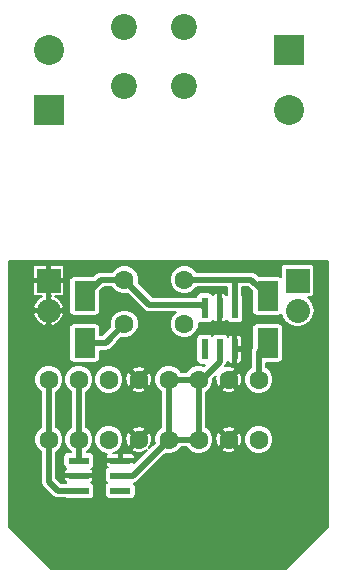
<source format=gbr>
G04 #@! TF.FileFunction,Copper,L2,Bot,Signal*
%FSLAX46Y46*%
G04 Gerber Fmt 4.6, Leading zero omitted, Abs format (unit mm)*
G04 Created by KiCad (PCBNEW 4.0.0-stable) date 04.02.2016 17:28:42*
%MOMM*%
G01*
G04 APERTURE LIST*
%ADD10C,0.100000*%
%ADD11R,1.800860X2.499360*%
%ADD12C,1.600000*%
%ADD13R,2.540000X2.540000*%
%ADD14C,2.540000*%
%ADD15C,2.200000*%
%ADD16R,1.800000X0.600000*%
%ADD17R,0.600000X1.800000*%
%ADD18R,2.032000X2.032000*%
%ADD19O,2.032000X2.032000*%
%ADD20C,0.500000*%
%ADD21C,0.250000*%
%ADD22C,0.210000*%
G04 APERTURE END LIST*
D10*
D11*
X142748000Y-106138980D03*
X142748000Y-102141020D03*
X158242000Y-106138980D03*
X158242000Y-102141020D03*
D12*
X142240000Y-109220000D03*
X142240000Y-114300000D03*
X144780000Y-109220000D03*
X144780000Y-114300000D03*
X139700000Y-114300000D03*
X139700000Y-109220000D03*
X147320000Y-114300000D03*
X147320000Y-109220000D03*
X149860000Y-114300000D03*
X152400000Y-114300000D03*
X154940000Y-114300000D03*
X157480000Y-114300000D03*
X149860000Y-109220000D03*
X152400000Y-109220000D03*
X154940000Y-109220000D03*
X157480000Y-109220000D03*
D13*
X160020000Y-81280000D03*
D14*
X160020000Y-86360000D03*
D13*
X139700000Y-86360000D03*
D14*
X139700000Y-81280000D03*
D12*
X151200000Y-100760000D03*
D15*
X151200000Y-84380000D03*
X151200000Y-79340000D03*
D12*
X151200000Y-104540000D03*
X146120000Y-100760000D03*
D15*
X146120000Y-84380000D03*
X146120000Y-79340000D03*
D12*
X146120000Y-104540000D03*
D16*
X145768000Y-116078000D03*
X145768000Y-117348000D03*
X145768000Y-118618000D03*
X142268000Y-118618000D03*
X142268000Y-117348000D03*
X142268000Y-116078000D03*
D17*
X155448000Y-106652000D03*
X154178000Y-106652000D03*
X152908000Y-106652000D03*
X152908000Y-103152000D03*
X154178000Y-103152000D03*
X155448000Y-103152000D03*
D18*
X139700000Y-100838000D03*
D19*
X139700000Y-103378000D03*
D18*
X160782000Y-100838000D03*
D19*
X160782000Y-103378000D03*
D20*
X142748000Y-106138980D02*
X144521020Y-106138980D01*
X144521020Y-106138980D02*
X146120000Y-104540000D01*
X158242000Y-106138980D02*
X157480000Y-106900980D01*
X157480000Y-106900980D02*
X157480000Y-109220000D01*
X146120000Y-100760000D02*
X148230000Y-102870000D01*
X148230000Y-102870000D02*
X152626000Y-102870000D01*
X152626000Y-102870000D02*
X152908000Y-103152000D01*
X146120000Y-100760000D02*
X144129020Y-100760000D01*
X144129020Y-100760000D02*
X142748000Y-102141020D01*
X155448000Y-103152000D02*
X155448000Y-100760000D01*
X155448000Y-100760000D02*
X155448000Y-100838000D01*
X155448000Y-100838000D02*
X155448000Y-100760000D01*
X151200000Y-100760000D02*
X155448000Y-100760000D01*
X155448000Y-100760000D02*
X156860980Y-100760000D01*
X156860980Y-100760000D02*
X158242000Y-102141020D01*
X142240000Y-114300000D02*
X142240000Y-109220000D01*
X142268000Y-116078000D02*
X142268000Y-114328000D01*
X142268000Y-114328000D02*
X142240000Y-114300000D01*
D21*
X142268000Y-114328000D02*
X142240000Y-114300000D01*
D20*
X139700000Y-114300000D02*
X139700000Y-117856000D01*
X140462000Y-118618000D02*
X142268000Y-118618000D01*
X139700000Y-117856000D02*
X140462000Y-118618000D01*
X139700000Y-109220000D02*
X139700000Y-114300000D01*
X149860000Y-109220000D02*
X152400000Y-109220000D01*
X149860000Y-109220000D02*
X149860000Y-114300000D01*
X152400000Y-109220000D02*
X152400000Y-114300000D01*
X152400000Y-114300000D02*
X149860000Y-114300000D01*
X145768000Y-117348000D02*
X146812000Y-117348000D01*
X146812000Y-117348000D02*
X149860000Y-114300000D01*
X154178000Y-106652000D02*
X154178000Y-107696000D01*
X154178000Y-107696000D02*
X152654000Y-109220000D01*
X152654000Y-109220000D02*
X152400000Y-109220000D01*
D22*
G36*
X163350000Y-121721178D02*
X159821178Y-125250000D01*
X139898822Y-125250000D01*
X136370000Y-121721178D01*
X136370000Y-109458638D01*
X138494792Y-109458638D01*
X138677855Y-109901686D01*
X139016531Y-110240953D01*
X139045000Y-110252774D01*
X139045000Y-113266829D01*
X139018314Y-113277855D01*
X138679047Y-113616531D01*
X138495210Y-114059259D01*
X138494792Y-114538638D01*
X138677855Y-114981686D01*
X139016531Y-115320953D01*
X139045000Y-115332774D01*
X139045000Y-117856000D01*
X139094859Y-118106658D01*
X139236073Y-118318000D01*
X139236845Y-118319155D01*
X139998845Y-119081155D01*
X140211342Y-119223141D01*
X140462000Y-119273000D01*
X141170170Y-119273000D01*
X141207346Y-119298401D01*
X141368000Y-119330934D01*
X143168000Y-119330934D01*
X143318084Y-119302694D01*
X143455927Y-119213994D01*
X143548401Y-119078654D01*
X143580934Y-118918000D01*
X143580934Y-118318000D01*
X143552694Y-118167916D01*
X143463994Y-118030073D01*
X143328654Y-117937599D01*
X143321574Y-117936165D01*
X143352097Y-117923522D01*
X143443521Y-117832098D01*
X143493000Y-117712647D01*
X143493000Y-117574250D01*
X143411750Y-117493000D01*
X142413000Y-117493000D01*
X142413000Y-117513000D01*
X142123000Y-117513000D01*
X142123000Y-117493000D01*
X141124250Y-117493000D01*
X141043000Y-117574250D01*
X141043000Y-117712647D01*
X141092479Y-117832098D01*
X141183903Y-117923522D01*
X141213846Y-117935925D01*
X141171770Y-117963000D01*
X140733310Y-117963000D01*
X140355000Y-117584690D01*
X140355000Y-115778000D01*
X140955066Y-115778000D01*
X140955066Y-116378000D01*
X140983306Y-116528084D01*
X141072006Y-116665927D01*
X141207346Y-116758401D01*
X141214426Y-116759835D01*
X141183903Y-116772478D01*
X141092479Y-116863902D01*
X141043000Y-116983353D01*
X141043000Y-117121750D01*
X141124250Y-117203000D01*
X142123000Y-117203000D01*
X142123000Y-117183000D01*
X142413000Y-117183000D01*
X142413000Y-117203000D01*
X143411750Y-117203000D01*
X143493000Y-117121750D01*
X143493000Y-117048000D01*
X144455066Y-117048000D01*
X144455066Y-117648000D01*
X144483306Y-117798084D01*
X144572006Y-117935927D01*
X144640798Y-117982930D01*
X144580073Y-118022006D01*
X144487599Y-118157346D01*
X144455066Y-118318000D01*
X144455066Y-118918000D01*
X144483306Y-119068084D01*
X144572006Y-119205927D01*
X144707346Y-119298401D01*
X144868000Y-119330934D01*
X146668000Y-119330934D01*
X146818084Y-119302694D01*
X146955927Y-119213994D01*
X147048401Y-119078654D01*
X147080934Y-118918000D01*
X147080934Y-118318000D01*
X147052694Y-118167916D01*
X146963994Y-118030073D01*
X146899034Y-117985688D01*
X147062658Y-117953141D01*
X147275155Y-117811155D01*
X149592593Y-115493717D01*
X149619259Y-115504790D01*
X150098638Y-115505208D01*
X150541686Y-115322145D01*
X150880953Y-114983469D01*
X150892774Y-114955000D01*
X151366829Y-114955000D01*
X151377855Y-114981686D01*
X151716531Y-115320953D01*
X152159259Y-115504790D01*
X152638638Y-115505208D01*
X153081686Y-115322145D01*
X153254982Y-115149150D01*
X154295911Y-115149150D01*
X154388503Y-115305759D01*
X154815371Y-115440249D01*
X155261212Y-115401147D01*
X155491497Y-115305759D01*
X155584089Y-115149150D01*
X154940000Y-114505061D01*
X154295911Y-115149150D01*
X153254982Y-115149150D01*
X153420953Y-114983469D01*
X153604790Y-114540741D01*
X153605108Y-114175371D01*
X153799751Y-114175371D01*
X153838853Y-114621212D01*
X153934241Y-114851497D01*
X154090850Y-114944089D01*
X154734939Y-114300000D01*
X155145061Y-114300000D01*
X155789150Y-114944089D01*
X155945759Y-114851497D01*
X156044329Y-114538638D01*
X156274792Y-114538638D01*
X156457855Y-114981686D01*
X156796531Y-115320953D01*
X157239259Y-115504790D01*
X157718638Y-115505208D01*
X158161686Y-115322145D01*
X158500953Y-114983469D01*
X158684790Y-114540741D01*
X158685208Y-114061362D01*
X158502145Y-113618314D01*
X158163469Y-113279047D01*
X157720741Y-113095210D01*
X157241362Y-113094792D01*
X156798314Y-113277855D01*
X156459047Y-113616531D01*
X156275210Y-114059259D01*
X156274792Y-114538638D01*
X156044329Y-114538638D01*
X156080249Y-114424629D01*
X156041147Y-113978788D01*
X155945759Y-113748503D01*
X155789150Y-113655911D01*
X155145061Y-114300000D01*
X154734939Y-114300000D01*
X154090850Y-113655911D01*
X153934241Y-113748503D01*
X153799751Y-114175371D01*
X153605108Y-114175371D01*
X153605208Y-114061362D01*
X153422145Y-113618314D01*
X153254973Y-113450850D01*
X154295911Y-113450850D01*
X154940000Y-114094939D01*
X155584089Y-113450850D01*
X155491497Y-113294241D01*
X155064629Y-113159751D01*
X154618788Y-113198853D01*
X154388503Y-113294241D01*
X154295911Y-113450850D01*
X153254973Y-113450850D01*
X153083469Y-113279047D01*
X153055000Y-113267226D01*
X153055000Y-110253171D01*
X153081686Y-110242145D01*
X153254982Y-110069150D01*
X154295911Y-110069150D01*
X154388503Y-110225759D01*
X154815371Y-110360249D01*
X155261212Y-110321147D01*
X155491497Y-110225759D01*
X155584089Y-110069150D01*
X154940000Y-109425061D01*
X154295911Y-110069150D01*
X153254982Y-110069150D01*
X153420953Y-109903469D01*
X153604790Y-109460741D01*
X153605021Y-109195289D01*
X153843363Y-108956947D01*
X153799751Y-109095371D01*
X153838853Y-109541212D01*
X153934241Y-109771497D01*
X154090850Y-109864089D01*
X154734939Y-109220000D01*
X155145061Y-109220000D01*
X155789150Y-109864089D01*
X155945759Y-109771497D01*
X156044329Y-109458638D01*
X156274792Y-109458638D01*
X156457855Y-109901686D01*
X156796531Y-110240953D01*
X157239259Y-110424790D01*
X157718638Y-110425208D01*
X158161686Y-110242145D01*
X158500953Y-109903469D01*
X158684790Y-109460741D01*
X158685208Y-108981362D01*
X158502145Y-108538314D01*
X158163469Y-108199047D01*
X158135000Y-108187226D01*
X158135000Y-107801594D01*
X159142430Y-107801594D01*
X159292514Y-107773354D01*
X159430357Y-107684654D01*
X159522831Y-107549314D01*
X159555364Y-107388660D01*
X159555364Y-104889300D01*
X159527124Y-104739216D01*
X159438424Y-104601373D01*
X159303084Y-104508899D01*
X159142430Y-104476366D01*
X157341570Y-104476366D01*
X157191486Y-104504606D01*
X157053643Y-104593306D01*
X156961169Y-104728646D01*
X156928636Y-104889300D01*
X156928636Y-106569839D01*
X156874859Y-106650322D01*
X156825000Y-106900980D01*
X156825000Y-108186829D01*
X156798314Y-108197855D01*
X156459047Y-108536531D01*
X156275210Y-108979259D01*
X156274792Y-109458638D01*
X156044329Y-109458638D01*
X156080249Y-109344629D01*
X156041147Y-108898788D01*
X155945759Y-108668503D01*
X155789150Y-108575911D01*
X155145061Y-109220000D01*
X154734939Y-109220000D01*
X154720797Y-109205858D01*
X154925858Y-109000797D01*
X154940000Y-109014939D01*
X155584089Y-108370850D01*
X155491497Y-108214241D01*
X155064629Y-108079751D01*
X154671153Y-108114260D01*
X154783141Y-107946658D01*
X154817895Y-107771936D01*
X154858401Y-107712654D01*
X154859835Y-107705574D01*
X154872478Y-107736097D01*
X154963902Y-107827521D01*
X155083353Y-107877000D01*
X155221750Y-107877000D01*
X155303000Y-107795750D01*
X155303000Y-106797000D01*
X155593000Y-106797000D01*
X155593000Y-107795750D01*
X155674250Y-107877000D01*
X155812647Y-107877000D01*
X155932098Y-107827521D01*
X156023522Y-107736097D01*
X156073000Y-107616646D01*
X156073000Y-106878250D01*
X155991750Y-106797000D01*
X155593000Y-106797000D01*
X155303000Y-106797000D01*
X155283000Y-106797000D01*
X155283000Y-106507000D01*
X155303000Y-106507000D01*
X155303000Y-105508250D01*
X155593000Y-105508250D01*
X155593000Y-106507000D01*
X155991750Y-106507000D01*
X156073000Y-106425750D01*
X156073000Y-105687354D01*
X156023522Y-105567903D01*
X155932098Y-105476479D01*
X155812647Y-105427000D01*
X155674250Y-105427000D01*
X155593000Y-105508250D01*
X155303000Y-105508250D01*
X155221750Y-105427000D01*
X155083353Y-105427000D01*
X154963902Y-105476479D01*
X154872478Y-105567903D01*
X154860075Y-105597846D01*
X154773994Y-105464073D01*
X154638654Y-105371599D01*
X154478000Y-105339066D01*
X153878000Y-105339066D01*
X153727916Y-105367306D01*
X153590073Y-105456006D01*
X153543070Y-105524798D01*
X153503994Y-105464073D01*
X153368654Y-105371599D01*
X153208000Y-105339066D01*
X152608000Y-105339066D01*
X152457916Y-105367306D01*
X152320073Y-105456006D01*
X152227599Y-105591346D01*
X152195066Y-105752000D01*
X152195066Y-107552000D01*
X152223306Y-107702084D01*
X152312006Y-107839927D01*
X152447346Y-107932401D01*
X152608000Y-107964934D01*
X152982756Y-107964934D01*
X152846882Y-108100808D01*
X152640741Y-108015210D01*
X152161362Y-108014792D01*
X151718314Y-108197855D01*
X151379047Y-108536531D01*
X151367226Y-108565000D01*
X150893171Y-108565000D01*
X150882145Y-108538314D01*
X150543469Y-108199047D01*
X150100741Y-108015210D01*
X149621362Y-108014792D01*
X149178314Y-108197855D01*
X148839047Y-108536531D01*
X148655210Y-108979259D01*
X148654792Y-109458638D01*
X148837855Y-109901686D01*
X149176531Y-110240953D01*
X149205000Y-110252774D01*
X149205000Y-113266829D01*
X149178314Y-113277855D01*
X148839047Y-113616531D01*
X148655210Y-114059259D01*
X148654792Y-114538638D01*
X148666563Y-114567127D01*
X148229377Y-115004313D01*
X148169152Y-114944088D01*
X148325759Y-114851497D01*
X148460249Y-114424629D01*
X148421147Y-113978788D01*
X148325759Y-113748503D01*
X148169150Y-113655911D01*
X147525061Y-114300000D01*
X147539204Y-114314143D01*
X147334143Y-114519204D01*
X147320000Y-114505061D01*
X146675911Y-115149150D01*
X146768503Y-115305759D01*
X147195371Y-115440249D01*
X147641212Y-115401147D01*
X147871497Y-115305759D01*
X147964088Y-115149152D01*
X148024313Y-115209377D01*
X146961220Y-116272470D01*
X146911750Y-116223000D01*
X145913000Y-116223000D01*
X145913000Y-116243000D01*
X145623000Y-116243000D01*
X145623000Y-116223000D01*
X144624250Y-116223000D01*
X144543000Y-116304250D01*
X144543000Y-116442647D01*
X144592479Y-116562098D01*
X144683903Y-116653522D01*
X144713846Y-116665925D01*
X144580073Y-116752006D01*
X144487599Y-116887346D01*
X144455066Y-117048000D01*
X143493000Y-117048000D01*
X143493000Y-116983353D01*
X143443521Y-116863902D01*
X143352097Y-116772478D01*
X143322154Y-116760075D01*
X143455927Y-116673994D01*
X143548401Y-116538654D01*
X143580934Y-116378000D01*
X143580934Y-115778000D01*
X143552694Y-115627916D01*
X143463994Y-115490073D01*
X143328654Y-115397599D01*
X143168000Y-115365066D01*
X142923000Y-115365066D01*
X142923000Y-115320833D01*
X143260953Y-114983469D01*
X143444790Y-114540741D01*
X143444791Y-114538638D01*
X143574792Y-114538638D01*
X143757855Y-114981686D01*
X144096531Y-115320953D01*
X144539259Y-115504790D01*
X144681467Y-115504914D01*
X144592479Y-115593902D01*
X144543000Y-115713353D01*
X144543000Y-115851750D01*
X144624250Y-115933000D01*
X145623000Y-115933000D01*
X145623000Y-115534250D01*
X145913000Y-115534250D01*
X145913000Y-115933000D01*
X146911750Y-115933000D01*
X146993000Y-115851750D01*
X146993000Y-115713353D01*
X146943521Y-115593902D01*
X146852097Y-115502478D01*
X146732646Y-115453000D01*
X145994250Y-115453000D01*
X145913000Y-115534250D01*
X145623000Y-115534250D01*
X145541750Y-115453000D01*
X145144991Y-115453000D01*
X145461686Y-115322145D01*
X145800953Y-114983469D01*
X145984790Y-114540741D01*
X145985108Y-114175371D01*
X146179751Y-114175371D01*
X146218853Y-114621212D01*
X146314241Y-114851497D01*
X146470850Y-114944089D01*
X147114939Y-114300000D01*
X146470850Y-113655911D01*
X146314241Y-113748503D01*
X146179751Y-114175371D01*
X145985108Y-114175371D01*
X145985208Y-114061362D01*
X145802145Y-113618314D01*
X145634973Y-113450850D01*
X146675911Y-113450850D01*
X147320000Y-114094939D01*
X147964089Y-113450850D01*
X147871497Y-113294241D01*
X147444629Y-113159751D01*
X146998788Y-113198853D01*
X146768503Y-113294241D01*
X146675911Y-113450850D01*
X145634973Y-113450850D01*
X145463469Y-113279047D01*
X145020741Y-113095210D01*
X144541362Y-113094792D01*
X144098314Y-113277855D01*
X143759047Y-113616531D01*
X143575210Y-114059259D01*
X143574792Y-114538638D01*
X143444791Y-114538638D01*
X143445208Y-114061362D01*
X143262145Y-113618314D01*
X142923469Y-113279047D01*
X142895000Y-113267226D01*
X142895000Y-110253171D01*
X142921686Y-110242145D01*
X143260953Y-109903469D01*
X143444790Y-109460741D01*
X143444791Y-109458638D01*
X143574792Y-109458638D01*
X143757855Y-109901686D01*
X144096531Y-110240953D01*
X144539259Y-110424790D01*
X145018638Y-110425208D01*
X145461686Y-110242145D01*
X145634982Y-110069150D01*
X146675911Y-110069150D01*
X146768503Y-110225759D01*
X147195371Y-110360249D01*
X147641212Y-110321147D01*
X147871497Y-110225759D01*
X147964089Y-110069150D01*
X147320000Y-109425061D01*
X146675911Y-110069150D01*
X145634982Y-110069150D01*
X145800953Y-109903469D01*
X145984790Y-109460741D01*
X145985108Y-109095371D01*
X146179751Y-109095371D01*
X146218853Y-109541212D01*
X146314241Y-109771497D01*
X146470850Y-109864089D01*
X147114939Y-109220000D01*
X147525061Y-109220000D01*
X148169150Y-109864089D01*
X148325759Y-109771497D01*
X148460249Y-109344629D01*
X148421147Y-108898788D01*
X148325759Y-108668503D01*
X148169150Y-108575911D01*
X147525061Y-109220000D01*
X147114939Y-109220000D01*
X146470850Y-108575911D01*
X146314241Y-108668503D01*
X146179751Y-109095371D01*
X145985108Y-109095371D01*
X145985208Y-108981362D01*
X145802145Y-108538314D01*
X145634973Y-108370850D01*
X146675911Y-108370850D01*
X147320000Y-109014939D01*
X147964089Y-108370850D01*
X147871497Y-108214241D01*
X147444629Y-108079751D01*
X146998788Y-108118853D01*
X146768503Y-108214241D01*
X146675911Y-108370850D01*
X145634973Y-108370850D01*
X145463469Y-108199047D01*
X145020741Y-108015210D01*
X144541362Y-108014792D01*
X144098314Y-108197855D01*
X143759047Y-108536531D01*
X143575210Y-108979259D01*
X143574792Y-109458638D01*
X143444791Y-109458638D01*
X143445208Y-108981362D01*
X143262145Y-108538314D01*
X142923469Y-108199047D01*
X142480741Y-108015210D01*
X142001362Y-108014792D01*
X141558314Y-108197855D01*
X141219047Y-108536531D01*
X141035210Y-108979259D01*
X141034792Y-109458638D01*
X141217855Y-109901686D01*
X141556531Y-110240953D01*
X141585000Y-110252774D01*
X141585000Y-113266829D01*
X141558314Y-113277855D01*
X141219047Y-113616531D01*
X141035210Y-114059259D01*
X141034792Y-114538638D01*
X141217855Y-114981686D01*
X141556531Y-115320953D01*
X141613000Y-115344401D01*
X141613000Y-115365066D01*
X141368000Y-115365066D01*
X141217916Y-115393306D01*
X141080073Y-115482006D01*
X140987599Y-115617346D01*
X140955066Y-115778000D01*
X140355000Y-115778000D01*
X140355000Y-115333171D01*
X140381686Y-115322145D01*
X140720953Y-114983469D01*
X140904790Y-114540741D01*
X140905208Y-114061362D01*
X140722145Y-113618314D01*
X140383469Y-113279047D01*
X140355000Y-113267226D01*
X140355000Y-110253171D01*
X140381686Y-110242145D01*
X140720953Y-109903469D01*
X140904790Y-109460741D01*
X140905208Y-108981362D01*
X140722145Y-108538314D01*
X140383469Y-108199047D01*
X139940741Y-108015210D01*
X139461362Y-108014792D01*
X139018314Y-108197855D01*
X138679047Y-108536531D01*
X138495210Y-108979259D01*
X138494792Y-109458638D01*
X136370000Y-109458638D01*
X136370000Y-104889300D01*
X141434636Y-104889300D01*
X141434636Y-107388660D01*
X141462876Y-107538744D01*
X141551576Y-107676587D01*
X141686916Y-107769061D01*
X141847570Y-107801594D01*
X143648430Y-107801594D01*
X143798514Y-107773354D01*
X143936357Y-107684654D01*
X144028831Y-107549314D01*
X144061364Y-107388660D01*
X144061364Y-106793980D01*
X144521020Y-106793980D01*
X144771678Y-106744121D01*
X144984175Y-106602135D01*
X145852593Y-105733717D01*
X145879259Y-105744790D01*
X146358638Y-105745208D01*
X146801686Y-105562145D01*
X147140953Y-105223469D01*
X147324790Y-104780741D01*
X147325208Y-104301362D01*
X147142145Y-103858314D01*
X146803469Y-103519047D01*
X146360741Y-103335210D01*
X145881362Y-103334792D01*
X145438314Y-103517855D01*
X145099047Y-103856531D01*
X144915210Y-104299259D01*
X144914792Y-104778638D01*
X144926563Y-104807127D01*
X144249710Y-105483980D01*
X144061364Y-105483980D01*
X144061364Y-104889300D01*
X144033124Y-104739216D01*
X143944424Y-104601373D01*
X143809084Y-104508899D01*
X143648430Y-104476366D01*
X141847570Y-104476366D01*
X141697486Y-104504606D01*
X141559643Y-104593306D01*
X141467169Y-104728646D01*
X141434636Y-104889300D01*
X136370000Y-104889300D01*
X136370000Y-103729764D01*
X138405958Y-103729764D01*
X138536230Y-104044298D01*
X138879798Y-104438935D01*
X139348235Y-104672054D01*
X139555000Y-104629900D01*
X139555000Y-103523000D01*
X139845000Y-103523000D01*
X139845000Y-104629900D01*
X140051765Y-104672054D01*
X140520202Y-104438935D01*
X140863770Y-104044298D01*
X140994042Y-103729764D01*
X140951377Y-103523000D01*
X139845000Y-103523000D01*
X139555000Y-103523000D01*
X138448623Y-103523000D01*
X138405958Y-103729764D01*
X136370000Y-103729764D01*
X136370000Y-101064250D01*
X138359000Y-101064250D01*
X138359000Y-101918647D01*
X138408479Y-102038098D01*
X138499903Y-102129522D01*
X138619354Y-102179000D01*
X139157230Y-102179000D01*
X138879798Y-102317065D01*
X138536230Y-102711702D01*
X138405958Y-103026236D01*
X138448623Y-103233000D01*
X139555000Y-103233000D01*
X139555000Y-102126100D01*
X139531451Y-102121299D01*
X139555000Y-102097750D01*
X139555000Y-100983000D01*
X139845000Y-100983000D01*
X139845000Y-102097750D01*
X139868549Y-102121299D01*
X139845000Y-102126100D01*
X139845000Y-103233000D01*
X140951377Y-103233000D01*
X140994042Y-103026236D01*
X140863770Y-102711702D01*
X140520202Y-102317065D01*
X140242770Y-102179000D01*
X140780646Y-102179000D01*
X140900097Y-102129522D01*
X140991521Y-102038098D01*
X141041000Y-101918647D01*
X141041000Y-101064250D01*
X140959750Y-100983000D01*
X139845000Y-100983000D01*
X139555000Y-100983000D01*
X138440250Y-100983000D01*
X138359000Y-101064250D01*
X136370000Y-101064250D01*
X136370000Y-100891340D01*
X141434636Y-100891340D01*
X141434636Y-103390700D01*
X141462876Y-103540784D01*
X141551576Y-103678627D01*
X141686916Y-103771101D01*
X141847570Y-103803634D01*
X143648430Y-103803634D01*
X143798514Y-103775394D01*
X143936357Y-103686694D01*
X144028831Y-103551354D01*
X144061364Y-103390700D01*
X144061364Y-101753966D01*
X144400330Y-101415000D01*
X145086829Y-101415000D01*
X145097855Y-101441686D01*
X145436531Y-101780953D01*
X145879259Y-101964790D01*
X146358638Y-101965208D01*
X146387127Y-101953437D01*
X147766845Y-103333155D01*
X147979343Y-103475142D01*
X148230000Y-103525000D01*
X150511157Y-103525000D01*
X150179047Y-103856531D01*
X149995210Y-104299259D01*
X149994792Y-104778638D01*
X150177855Y-105221686D01*
X150516531Y-105560953D01*
X150959259Y-105744790D01*
X151438638Y-105745208D01*
X151881686Y-105562145D01*
X152220953Y-105223469D01*
X152404790Y-104780741D01*
X152405119Y-104403548D01*
X152447346Y-104432401D01*
X152608000Y-104464934D01*
X153208000Y-104464934D01*
X153358084Y-104436694D01*
X153495927Y-104347994D01*
X153588401Y-104212654D01*
X153589835Y-104205574D01*
X153602478Y-104236097D01*
X153693902Y-104327521D01*
X153813353Y-104377000D01*
X153951750Y-104377000D01*
X154033000Y-104295750D01*
X154033000Y-103297000D01*
X154013000Y-103297000D01*
X154013000Y-103007000D01*
X154033000Y-103007000D01*
X154033000Y-102008250D01*
X153951750Y-101927000D01*
X153813353Y-101927000D01*
X153693902Y-101976479D01*
X153602478Y-102067903D01*
X153590075Y-102097846D01*
X153503994Y-101964073D01*
X153368654Y-101871599D01*
X153208000Y-101839066D01*
X152608000Y-101839066D01*
X152457916Y-101867306D01*
X152320073Y-101956006D01*
X152227599Y-102091346D01*
X152202559Y-102215000D01*
X148501310Y-102215000D01*
X147313717Y-101027407D01*
X147324790Y-101000741D01*
X147324791Y-100998638D01*
X149994792Y-100998638D01*
X150177855Y-101441686D01*
X150516531Y-101780953D01*
X150959259Y-101964790D01*
X151438638Y-101965208D01*
X151881686Y-101782145D01*
X152220953Y-101443469D01*
X152232774Y-101415000D01*
X154793000Y-101415000D01*
X154793000Y-102054170D01*
X154767599Y-102091346D01*
X154766165Y-102098426D01*
X154753522Y-102067903D01*
X154662098Y-101976479D01*
X154542647Y-101927000D01*
X154404250Y-101927000D01*
X154323000Y-102008250D01*
X154323000Y-103007000D01*
X154343000Y-103007000D01*
X154343000Y-103297000D01*
X154323000Y-103297000D01*
X154323000Y-104295750D01*
X154404250Y-104377000D01*
X154542647Y-104377000D01*
X154662098Y-104327521D01*
X154753522Y-104236097D01*
X154765925Y-104206154D01*
X154852006Y-104339927D01*
X154987346Y-104432401D01*
X155148000Y-104464934D01*
X155748000Y-104464934D01*
X155898084Y-104436694D01*
X156035927Y-104347994D01*
X156128401Y-104212654D01*
X156160934Y-104052000D01*
X156160934Y-102252000D01*
X156132694Y-102101916D01*
X156103000Y-102055770D01*
X156103000Y-101415000D01*
X156589670Y-101415000D01*
X156928636Y-101753966D01*
X156928636Y-103390700D01*
X156956876Y-103540784D01*
X157045576Y-103678627D01*
X157180916Y-103771101D01*
X157341570Y-103803634D01*
X159142430Y-103803634D01*
X159292514Y-103775394D01*
X159398626Y-103707113D01*
X159441328Y-103921793D01*
X159749362Y-104382799D01*
X160210368Y-104690833D01*
X160754161Y-104799000D01*
X160809839Y-104799000D01*
X161353632Y-104690833D01*
X161814638Y-104382799D01*
X162122672Y-103921793D01*
X162230839Y-103378000D01*
X162122672Y-102834207D01*
X161814638Y-102373201D01*
X161655598Y-102266934D01*
X161798000Y-102266934D01*
X161948084Y-102238694D01*
X162085927Y-102149994D01*
X162178401Y-102014654D01*
X162210934Y-101854000D01*
X162210934Y-99822000D01*
X162182694Y-99671916D01*
X162093994Y-99534073D01*
X161958654Y-99441599D01*
X161798000Y-99409066D01*
X159766000Y-99409066D01*
X159615916Y-99437306D01*
X159478073Y-99526006D01*
X159385599Y-99661346D01*
X159353066Y-99822000D01*
X159353066Y-100545090D01*
X159303084Y-100510939D01*
X159142430Y-100478406D01*
X157505696Y-100478406D01*
X157324135Y-100296845D01*
X157111638Y-100154859D01*
X156860980Y-100105000D01*
X152233171Y-100105000D01*
X152222145Y-100078314D01*
X151883469Y-99739047D01*
X151440741Y-99555210D01*
X150961362Y-99554792D01*
X150518314Y-99737855D01*
X150179047Y-100076531D01*
X149995210Y-100519259D01*
X149994792Y-100998638D01*
X147324791Y-100998638D01*
X147325208Y-100521362D01*
X147142145Y-100078314D01*
X146803469Y-99739047D01*
X146360741Y-99555210D01*
X145881362Y-99554792D01*
X145438314Y-99737855D01*
X145099047Y-100076531D01*
X145087226Y-100105000D01*
X144129020Y-100105000D01*
X143878362Y-100154859D01*
X143665865Y-100296845D01*
X143484304Y-100478406D01*
X141847570Y-100478406D01*
X141697486Y-100506646D01*
X141559643Y-100595346D01*
X141467169Y-100730686D01*
X141434636Y-100891340D01*
X136370000Y-100891340D01*
X136370000Y-99757353D01*
X138359000Y-99757353D01*
X138359000Y-100611750D01*
X138440250Y-100693000D01*
X139555000Y-100693000D01*
X139555000Y-99578250D01*
X139845000Y-99578250D01*
X139845000Y-100693000D01*
X140959750Y-100693000D01*
X141041000Y-100611750D01*
X141041000Y-99757353D01*
X140991521Y-99637902D01*
X140900097Y-99546478D01*
X140780646Y-99497000D01*
X139926250Y-99497000D01*
X139845000Y-99578250D01*
X139555000Y-99578250D01*
X139473750Y-99497000D01*
X138619354Y-99497000D01*
X138499903Y-99546478D01*
X138408479Y-99637902D01*
X138359000Y-99757353D01*
X136370000Y-99757353D01*
X136370000Y-99165000D01*
X163350000Y-99165000D01*
X163350000Y-121721178D01*
X163350000Y-121721178D01*
G37*
X163350000Y-121721178D02*
X159821178Y-125250000D01*
X139898822Y-125250000D01*
X136370000Y-121721178D01*
X136370000Y-109458638D01*
X138494792Y-109458638D01*
X138677855Y-109901686D01*
X139016531Y-110240953D01*
X139045000Y-110252774D01*
X139045000Y-113266829D01*
X139018314Y-113277855D01*
X138679047Y-113616531D01*
X138495210Y-114059259D01*
X138494792Y-114538638D01*
X138677855Y-114981686D01*
X139016531Y-115320953D01*
X139045000Y-115332774D01*
X139045000Y-117856000D01*
X139094859Y-118106658D01*
X139236073Y-118318000D01*
X139236845Y-118319155D01*
X139998845Y-119081155D01*
X140211342Y-119223141D01*
X140462000Y-119273000D01*
X141170170Y-119273000D01*
X141207346Y-119298401D01*
X141368000Y-119330934D01*
X143168000Y-119330934D01*
X143318084Y-119302694D01*
X143455927Y-119213994D01*
X143548401Y-119078654D01*
X143580934Y-118918000D01*
X143580934Y-118318000D01*
X143552694Y-118167916D01*
X143463994Y-118030073D01*
X143328654Y-117937599D01*
X143321574Y-117936165D01*
X143352097Y-117923522D01*
X143443521Y-117832098D01*
X143493000Y-117712647D01*
X143493000Y-117574250D01*
X143411750Y-117493000D01*
X142413000Y-117493000D01*
X142413000Y-117513000D01*
X142123000Y-117513000D01*
X142123000Y-117493000D01*
X141124250Y-117493000D01*
X141043000Y-117574250D01*
X141043000Y-117712647D01*
X141092479Y-117832098D01*
X141183903Y-117923522D01*
X141213846Y-117935925D01*
X141171770Y-117963000D01*
X140733310Y-117963000D01*
X140355000Y-117584690D01*
X140355000Y-115778000D01*
X140955066Y-115778000D01*
X140955066Y-116378000D01*
X140983306Y-116528084D01*
X141072006Y-116665927D01*
X141207346Y-116758401D01*
X141214426Y-116759835D01*
X141183903Y-116772478D01*
X141092479Y-116863902D01*
X141043000Y-116983353D01*
X141043000Y-117121750D01*
X141124250Y-117203000D01*
X142123000Y-117203000D01*
X142123000Y-117183000D01*
X142413000Y-117183000D01*
X142413000Y-117203000D01*
X143411750Y-117203000D01*
X143493000Y-117121750D01*
X143493000Y-117048000D01*
X144455066Y-117048000D01*
X144455066Y-117648000D01*
X144483306Y-117798084D01*
X144572006Y-117935927D01*
X144640798Y-117982930D01*
X144580073Y-118022006D01*
X144487599Y-118157346D01*
X144455066Y-118318000D01*
X144455066Y-118918000D01*
X144483306Y-119068084D01*
X144572006Y-119205927D01*
X144707346Y-119298401D01*
X144868000Y-119330934D01*
X146668000Y-119330934D01*
X146818084Y-119302694D01*
X146955927Y-119213994D01*
X147048401Y-119078654D01*
X147080934Y-118918000D01*
X147080934Y-118318000D01*
X147052694Y-118167916D01*
X146963994Y-118030073D01*
X146899034Y-117985688D01*
X147062658Y-117953141D01*
X147275155Y-117811155D01*
X149592593Y-115493717D01*
X149619259Y-115504790D01*
X150098638Y-115505208D01*
X150541686Y-115322145D01*
X150880953Y-114983469D01*
X150892774Y-114955000D01*
X151366829Y-114955000D01*
X151377855Y-114981686D01*
X151716531Y-115320953D01*
X152159259Y-115504790D01*
X152638638Y-115505208D01*
X153081686Y-115322145D01*
X153254982Y-115149150D01*
X154295911Y-115149150D01*
X154388503Y-115305759D01*
X154815371Y-115440249D01*
X155261212Y-115401147D01*
X155491497Y-115305759D01*
X155584089Y-115149150D01*
X154940000Y-114505061D01*
X154295911Y-115149150D01*
X153254982Y-115149150D01*
X153420953Y-114983469D01*
X153604790Y-114540741D01*
X153605108Y-114175371D01*
X153799751Y-114175371D01*
X153838853Y-114621212D01*
X153934241Y-114851497D01*
X154090850Y-114944089D01*
X154734939Y-114300000D01*
X155145061Y-114300000D01*
X155789150Y-114944089D01*
X155945759Y-114851497D01*
X156044329Y-114538638D01*
X156274792Y-114538638D01*
X156457855Y-114981686D01*
X156796531Y-115320953D01*
X157239259Y-115504790D01*
X157718638Y-115505208D01*
X158161686Y-115322145D01*
X158500953Y-114983469D01*
X158684790Y-114540741D01*
X158685208Y-114061362D01*
X158502145Y-113618314D01*
X158163469Y-113279047D01*
X157720741Y-113095210D01*
X157241362Y-113094792D01*
X156798314Y-113277855D01*
X156459047Y-113616531D01*
X156275210Y-114059259D01*
X156274792Y-114538638D01*
X156044329Y-114538638D01*
X156080249Y-114424629D01*
X156041147Y-113978788D01*
X155945759Y-113748503D01*
X155789150Y-113655911D01*
X155145061Y-114300000D01*
X154734939Y-114300000D01*
X154090850Y-113655911D01*
X153934241Y-113748503D01*
X153799751Y-114175371D01*
X153605108Y-114175371D01*
X153605208Y-114061362D01*
X153422145Y-113618314D01*
X153254973Y-113450850D01*
X154295911Y-113450850D01*
X154940000Y-114094939D01*
X155584089Y-113450850D01*
X155491497Y-113294241D01*
X155064629Y-113159751D01*
X154618788Y-113198853D01*
X154388503Y-113294241D01*
X154295911Y-113450850D01*
X153254973Y-113450850D01*
X153083469Y-113279047D01*
X153055000Y-113267226D01*
X153055000Y-110253171D01*
X153081686Y-110242145D01*
X153254982Y-110069150D01*
X154295911Y-110069150D01*
X154388503Y-110225759D01*
X154815371Y-110360249D01*
X155261212Y-110321147D01*
X155491497Y-110225759D01*
X155584089Y-110069150D01*
X154940000Y-109425061D01*
X154295911Y-110069150D01*
X153254982Y-110069150D01*
X153420953Y-109903469D01*
X153604790Y-109460741D01*
X153605021Y-109195289D01*
X153843363Y-108956947D01*
X153799751Y-109095371D01*
X153838853Y-109541212D01*
X153934241Y-109771497D01*
X154090850Y-109864089D01*
X154734939Y-109220000D01*
X155145061Y-109220000D01*
X155789150Y-109864089D01*
X155945759Y-109771497D01*
X156044329Y-109458638D01*
X156274792Y-109458638D01*
X156457855Y-109901686D01*
X156796531Y-110240953D01*
X157239259Y-110424790D01*
X157718638Y-110425208D01*
X158161686Y-110242145D01*
X158500953Y-109903469D01*
X158684790Y-109460741D01*
X158685208Y-108981362D01*
X158502145Y-108538314D01*
X158163469Y-108199047D01*
X158135000Y-108187226D01*
X158135000Y-107801594D01*
X159142430Y-107801594D01*
X159292514Y-107773354D01*
X159430357Y-107684654D01*
X159522831Y-107549314D01*
X159555364Y-107388660D01*
X159555364Y-104889300D01*
X159527124Y-104739216D01*
X159438424Y-104601373D01*
X159303084Y-104508899D01*
X159142430Y-104476366D01*
X157341570Y-104476366D01*
X157191486Y-104504606D01*
X157053643Y-104593306D01*
X156961169Y-104728646D01*
X156928636Y-104889300D01*
X156928636Y-106569839D01*
X156874859Y-106650322D01*
X156825000Y-106900980D01*
X156825000Y-108186829D01*
X156798314Y-108197855D01*
X156459047Y-108536531D01*
X156275210Y-108979259D01*
X156274792Y-109458638D01*
X156044329Y-109458638D01*
X156080249Y-109344629D01*
X156041147Y-108898788D01*
X155945759Y-108668503D01*
X155789150Y-108575911D01*
X155145061Y-109220000D01*
X154734939Y-109220000D01*
X154720797Y-109205858D01*
X154925858Y-109000797D01*
X154940000Y-109014939D01*
X155584089Y-108370850D01*
X155491497Y-108214241D01*
X155064629Y-108079751D01*
X154671153Y-108114260D01*
X154783141Y-107946658D01*
X154817895Y-107771936D01*
X154858401Y-107712654D01*
X154859835Y-107705574D01*
X154872478Y-107736097D01*
X154963902Y-107827521D01*
X155083353Y-107877000D01*
X155221750Y-107877000D01*
X155303000Y-107795750D01*
X155303000Y-106797000D01*
X155593000Y-106797000D01*
X155593000Y-107795750D01*
X155674250Y-107877000D01*
X155812647Y-107877000D01*
X155932098Y-107827521D01*
X156023522Y-107736097D01*
X156073000Y-107616646D01*
X156073000Y-106878250D01*
X155991750Y-106797000D01*
X155593000Y-106797000D01*
X155303000Y-106797000D01*
X155283000Y-106797000D01*
X155283000Y-106507000D01*
X155303000Y-106507000D01*
X155303000Y-105508250D01*
X155593000Y-105508250D01*
X155593000Y-106507000D01*
X155991750Y-106507000D01*
X156073000Y-106425750D01*
X156073000Y-105687354D01*
X156023522Y-105567903D01*
X155932098Y-105476479D01*
X155812647Y-105427000D01*
X155674250Y-105427000D01*
X155593000Y-105508250D01*
X155303000Y-105508250D01*
X155221750Y-105427000D01*
X155083353Y-105427000D01*
X154963902Y-105476479D01*
X154872478Y-105567903D01*
X154860075Y-105597846D01*
X154773994Y-105464073D01*
X154638654Y-105371599D01*
X154478000Y-105339066D01*
X153878000Y-105339066D01*
X153727916Y-105367306D01*
X153590073Y-105456006D01*
X153543070Y-105524798D01*
X153503994Y-105464073D01*
X153368654Y-105371599D01*
X153208000Y-105339066D01*
X152608000Y-105339066D01*
X152457916Y-105367306D01*
X152320073Y-105456006D01*
X152227599Y-105591346D01*
X152195066Y-105752000D01*
X152195066Y-107552000D01*
X152223306Y-107702084D01*
X152312006Y-107839927D01*
X152447346Y-107932401D01*
X152608000Y-107964934D01*
X152982756Y-107964934D01*
X152846882Y-108100808D01*
X152640741Y-108015210D01*
X152161362Y-108014792D01*
X151718314Y-108197855D01*
X151379047Y-108536531D01*
X151367226Y-108565000D01*
X150893171Y-108565000D01*
X150882145Y-108538314D01*
X150543469Y-108199047D01*
X150100741Y-108015210D01*
X149621362Y-108014792D01*
X149178314Y-108197855D01*
X148839047Y-108536531D01*
X148655210Y-108979259D01*
X148654792Y-109458638D01*
X148837855Y-109901686D01*
X149176531Y-110240953D01*
X149205000Y-110252774D01*
X149205000Y-113266829D01*
X149178314Y-113277855D01*
X148839047Y-113616531D01*
X148655210Y-114059259D01*
X148654792Y-114538638D01*
X148666563Y-114567127D01*
X148229377Y-115004313D01*
X148169152Y-114944088D01*
X148325759Y-114851497D01*
X148460249Y-114424629D01*
X148421147Y-113978788D01*
X148325759Y-113748503D01*
X148169150Y-113655911D01*
X147525061Y-114300000D01*
X147539204Y-114314143D01*
X147334143Y-114519204D01*
X147320000Y-114505061D01*
X146675911Y-115149150D01*
X146768503Y-115305759D01*
X147195371Y-115440249D01*
X147641212Y-115401147D01*
X147871497Y-115305759D01*
X147964088Y-115149152D01*
X148024313Y-115209377D01*
X146961220Y-116272470D01*
X146911750Y-116223000D01*
X145913000Y-116223000D01*
X145913000Y-116243000D01*
X145623000Y-116243000D01*
X145623000Y-116223000D01*
X144624250Y-116223000D01*
X144543000Y-116304250D01*
X144543000Y-116442647D01*
X144592479Y-116562098D01*
X144683903Y-116653522D01*
X144713846Y-116665925D01*
X144580073Y-116752006D01*
X144487599Y-116887346D01*
X144455066Y-117048000D01*
X143493000Y-117048000D01*
X143493000Y-116983353D01*
X143443521Y-116863902D01*
X143352097Y-116772478D01*
X143322154Y-116760075D01*
X143455927Y-116673994D01*
X143548401Y-116538654D01*
X143580934Y-116378000D01*
X143580934Y-115778000D01*
X143552694Y-115627916D01*
X143463994Y-115490073D01*
X143328654Y-115397599D01*
X143168000Y-115365066D01*
X142923000Y-115365066D01*
X142923000Y-115320833D01*
X143260953Y-114983469D01*
X143444790Y-114540741D01*
X143444791Y-114538638D01*
X143574792Y-114538638D01*
X143757855Y-114981686D01*
X144096531Y-115320953D01*
X144539259Y-115504790D01*
X144681467Y-115504914D01*
X144592479Y-115593902D01*
X144543000Y-115713353D01*
X144543000Y-115851750D01*
X144624250Y-115933000D01*
X145623000Y-115933000D01*
X145623000Y-115534250D01*
X145913000Y-115534250D01*
X145913000Y-115933000D01*
X146911750Y-115933000D01*
X146993000Y-115851750D01*
X146993000Y-115713353D01*
X146943521Y-115593902D01*
X146852097Y-115502478D01*
X146732646Y-115453000D01*
X145994250Y-115453000D01*
X145913000Y-115534250D01*
X145623000Y-115534250D01*
X145541750Y-115453000D01*
X145144991Y-115453000D01*
X145461686Y-115322145D01*
X145800953Y-114983469D01*
X145984790Y-114540741D01*
X145985108Y-114175371D01*
X146179751Y-114175371D01*
X146218853Y-114621212D01*
X146314241Y-114851497D01*
X146470850Y-114944089D01*
X147114939Y-114300000D01*
X146470850Y-113655911D01*
X146314241Y-113748503D01*
X146179751Y-114175371D01*
X145985108Y-114175371D01*
X145985208Y-114061362D01*
X145802145Y-113618314D01*
X145634973Y-113450850D01*
X146675911Y-113450850D01*
X147320000Y-114094939D01*
X147964089Y-113450850D01*
X147871497Y-113294241D01*
X147444629Y-113159751D01*
X146998788Y-113198853D01*
X146768503Y-113294241D01*
X146675911Y-113450850D01*
X145634973Y-113450850D01*
X145463469Y-113279047D01*
X145020741Y-113095210D01*
X144541362Y-113094792D01*
X144098314Y-113277855D01*
X143759047Y-113616531D01*
X143575210Y-114059259D01*
X143574792Y-114538638D01*
X143444791Y-114538638D01*
X143445208Y-114061362D01*
X143262145Y-113618314D01*
X142923469Y-113279047D01*
X142895000Y-113267226D01*
X142895000Y-110253171D01*
X142921686Y-110242145D01*
X143260953Y-109903469D01*
X143444790Y-109460741D01*
X143444791Y-109458638D01*
X143574792Y-109458638D01*
X143757855Y-109901686D01*
X144096531Y-110240953D01*
X144539259Y-110424790D01*
X145018638Y-110425208D01*
X145461686Y-110242145D01*
X145634982Y-110069150D01*
X146675911Y-110069150D01*
X146768503Y-110225759D01*
X147195371Y-110360249D01*
X147641212Y-110321147D01*
X147871497Y-110225759D01*
X147964089Y-110069150D01*
X147320000Y-109425061D01*
X146675911Y-110069150D01*
X145634982Y-110069150D01*
X145800953Y-109903469D01*
X145984790Y-109460741D01*
X145985108Y-109095371D01*
X146179751Y-109095371D01*
X146218853Y-109541212D01*
X146314241Y-109771497D01*
X146470850Y-109864089D01*
X147114939Y-109220000D01*
X147525061Y-109220000D01*
X148169150Y-109864089D01*
X148325759Y-109771497D01*
X148460249Y-109344629D01*
X148421147Y-108898788D01*
X148325759Y-108668503D01*
X148169150Y-108575911D01*
X147525061Y-109220000D01*
X147114939Y-109220000D01*
X146470850Y-108575911D01*
X146314241Y-108668503D01*
X146179751Y-109095371D01*
X145985108Y-109095371D01*
X145985208Y-108981362D01*
X145802145Y-108538314D01*
X145634973Y-108370850D01*
X146675911Y-108370850D01*
X147320000Y-109014939D01*
X147964089Y-108370850D01*
X147871497Y-108214241D01*
X147444629Y-108079751D01*
X146998788Y-108118853D01*
X146768503Y-108214241D01*
X146675911Y-108370850D01*
X145634973Y-108370850D01*
X145463469Y-108199047D01*
X145020741Y-108015210D01*
X144541362Y-108014792D01*
X144098314Y-108197855D01*
X143759047Y-108536531D01*
X143575210Y-108979259D01*
X143574792Y-109458638D01*
X143444791Y-109458638D01*
X143445208Y-108981362D01*
X143262145Y-108538314D01*
X142923469Y-108199047D01*
X142480741Y-108015210D01*
X142001362Y-108014792D01*
X141558314Y-108197855D01*
X141219047Y-108536531D01*
X141035210Y-108979259D01*
X141034792Y-109458638D01*
X141217855Y-109901686D01*
X141556531Y-110240953D01*
X141585000Y-110252774D01*
X141585000Y-113266829D01*
X141558314Y-113277855D01*
X141219047Y-113616531D01*
X141035210Y-114059259D01*
X141034792Y-114538638D01*
X141217855Y-114981686D01*
X141556531Y-115320953D01*
X141613000Y-115344401D01*
X141613000Y-115365066D01*
X141368000Y-115365066D01*
X141217916Y-115393306D01*
X141080073Y-115482006D01*
X140987599Y-115617346D01*
X140955066Y-115778000D01*
X140355000Y-115778000D01*
X140355000Y-115333171D01*
X140381686Y-115322145D01*
X140720953Y-114983469D01*
X140904790Y-114540741D01*
X140905208Y-114061362D01*
X140722145Y-113618314D01*
X140383469Y-113279047D01*
X140355000Y-113267226D01*
X140355000Y-110253171D01*
X140381686Y-110242145D01*
X140720953Y-109903469D01*
X140904790Y-109460741D01*
X140905208Y-108981362D01*
X140722145Y-108538314D01*
X140383469Y-108199047D01*
X139940741Y-108015210D01*
X139461362Y-108014792D01*
X139018314Y-108197855D01*
X138679047Y-108536531D01*
X138495210Y-108979259D01*
X138494792Y-109458638D01*
X136370000Y-109458638D01*
X136370000Y-104889300D01*
X141434636Y-104889300D01*
X141434636Y-107388660D01*
X141462876Y-107538744D01*
X141551576Y-107676587D01*
X141686916Y-107769061D01*
X141847570Y-107801594D01*
X143648430Y-107801594D01*
X143798514Y-107773354D01*
X143936357Y-107684654D01*
X144028831Y-107549314D01*
X144061364Y-107388660D01*
X144061364Y-106793980D01*
X144521020Y-106793980D01*
X144771678Y-106744121D01*
X144984175Y-106602135D01*
X145852593Y-105733717D01*
X145879259Y-105744790D01*
X146358638Y-105745208D01*
X146801686Y-105562145D01*
X147140953Y-105223469D01*
X147324790Y-104780741D01*
X147325208Y-104301362D01*
X147142145Y-103858314D01*
X146803469Y-103519047D01*
X146360741Y-103335210D01*
X145881362Y-103334792D01*
X145438314Y-103517855D01*
X145099047Y-103856531D01*
X144915210Y-104299259D01*
X144914792Y-104778638D01*
X144926563Y-104807127D01*
X144249710Y-105483980D01*
X144061364Y-105483980D01*
X144061364Y-104889300D01*
X144033124Y-104739216D01*
X143944424Y-104601373D01*
X143809084Y-104508899D01*
X143648430Y-104476366D01*
X141847570Y-104476366D01*
X141697486Y-104504606D01*
X141559643Y-104593306D01*
X141467169Y-104728646D01*
X141434636Y-104889300D01*
X136370000Y-104889300D01*
X136370000Y-103729764D01*
X138405958Y-103729764D01*
X138536230Y-104044298D01*
X138879798Y-104438935D01*
X139348235Y-104672054D01*
X139555000Y-104629900D01*
X139555000Y-103523000D01*
X139845000Y-103523000D01*
X139845000Y-104629900D01*
X140051765Y-104672054D01*
X140520202Y-104438935D01*
X140863770Y-104044298D01*
X140994042Y-103729764D01*
X140951377Y-103523000D01*
X139845000Y-103523000D01*
X139555000Y-103523000D01*
X138448623Y-103523000D01*
X138405958Y-103729764D01*
X136370000Y-103729764D01*
X136370000Y-101064250D01*
X138359000Y-101064250D01*
X138359000Y-101918647D01*
X138408479Y-102038098D01*
X138499903Y-102129522D01*
X138619354Y-102179000D01*
X139157230Y-102179000D01*
X138879798Y-102317065D01*
X138536230Y-102711702D01*
X138405958Y-103026236D01*
X138448623Y-103233000D01*
X139555000Y-103233000D01*
X139555000Y-102126100D01*
X139531451Y-102121299D01*
X139555000Y-102097750D01*
X139555000Y-100983000D01*
X139845000Y-100983000D01*
X139845000Y-102097750D01*
X139868549Y-102121299D01*
X139845000Y-102126100D01*
X139845000Y-103233000D01*
X140951377Y-103233000D01*
X140994042Y-103026236D01*
X140863770Y-102711702D01*
X140520202Y-102317065D01*
X140242770Y-102179000D01*
X140780646Y-102179000D01*
X140900097Y-102129522D01*
X140991521Y-102038098D01*
X141041000Y-101918647D01*
X141041000Y-101064250D01*
X140959750Y-100983000D01*
X139845000Y-100983000D01*
X139555000Y-100983000D01*
X138440250Y-100983000D01*
X138359000Y-101064250D01*
X136370000Y-101064250D01*
X136370000Y-100891340D01*
X141434636Y-100891340D01*
X141434636Y-103390700D01*
X141462876Y-103540784D01*
X141551576Y-103678627D01*
X141686916Y-103771101D01*
X141847570Y-103803634D01*
X143648430Y-103803634D01*
X143798514Y-103775394D01*
X143936357Y-103686694D01*
X144028831Y-103551354D01*
X144061364Y-103390700D01*
X144061364Y-101753966D01*
X144400330Y-101415000D01*
X145086829Y-101415000D01*
X145097855Y-101441686D01*
X145436531Y-101780953D01*
X145879259Y-101964790D01*
X146358638Y-101965208D01*
X146387127Y-101953437D01*
X147766845Y-103333155D01*
X147979343Y-103475142D01*
X148230000Y-103525000D01*
X150511157Y-103525000D01*
X150179047Y-103856531D01*
X149995210Y-104299259D01*
X149994792Y-104778638D01*
X150177855Y-105221686D01*
X150516531Y-105560953D01*
X150959259Y-105744790D01*
X151438638Y-105745208D01*
X151881686Y-105562145D01*
X152220953Y-105223469D01*
X152404790Y-104780741D01*
X152405119Y-104403548D01*
X152447346Y-104432401D01*
X152608000Y-104464934D01*
X153208000Y-104464934D01*
X153358084Y-104436694D01*
X153495927Y-104347994D01*
X153588401Y-104212654D01*
X153589835Y-104205574D01*
X153602478Y-104236097D01*
X153693902Y-104327521D01*
X153813353Y-104377000D01*
X153951750Y-104377000D01*
X154033000Y-104295750D01*
X154033000Y-103297000D01*
X154013000Y-103297000D01*
X154013000Y-103007000D01*
X154033000Y-103007000D01*
X154033000Y-102008250D01*
X153951750Y-101927000D01*
X153813353Y-101927000D01*
X153693902Y-101976479D01*
X153602478Y-102067903D01*
X153590075Y-102097846D01*
X153503994Y-101964073D01*
X153368654Y-101871599D01*
X153208000Y-101839066D01*
X152608000Y-101839066D01*
X152457916Y-101867306D01*
X152320073Y-101956006D01*
X152227599Y-102091346D01*
X152202559Y-102215000D01*
X148501310Y-102215000D01*
X147313717Y-101027407D01*
X147324790Y-101000741D01*
X147324791Y-100998638D01*
X149994792Y-100998638D01*
X150177855Y-101441686D01*
X150516531Y-101780953D01*
X150959259Y-101964790D01*
X151438638Y-101965208D01*
X151881686Y-101782145D01*
X152220953Y-101443469D01*
X152232774Y-101415000D01*
X154793000Y-101415000D01*
X154793000Y-102054170D01*
X154767599Y-102091346D01*
X154766165Y-102098426D01*
X154753522Y-102067903D01*
X154662098Y-101976479D01*
X154542647Y-101927000D01*
X154404250Y-101927000D01*
X154323000Y-102008250D01*
X154323000Y-103007000D01*
X154343000Y-103007000D01*
X154343000Y-103297000D01*
X154323000Y-103297000D01*
X154323000Y-104295750D01*
X154404250Y-104377000D01*
X154542647Y-104377000D01*
X154662098Y-104327521D01*
X154753522Y-104236097D01*
X154765925Y-104206154D01*
X154852006Y-104339927D01*
X154987346Y-104432401D01*
X155148000Y-104464934D01*
X155748000Y-104464934D01*
X155898084Y-104436694D01*
X156035927Y-104347994D01*
X156128401Y-104212654D01*
X156160934Y-104052000D01*
X156160934Y-102252000D01*
X156132694Y-102101916D01*
X156103000Y-102055770D01*
X156103000Y-101415000D01*
X156589670Y-101415000D01*
X156928636Y-101753966D01*
X156928636Y-103390700D01*
X156956876Y-103540784D01*
X157045576Y-103678627D01*
X157180916Y-103771101D01*
X157341570Y-103803634D01*
X159142430Y-103803634D01*
X159292514Y-103775394D01*
X159398626Y-103707113D01*
X159441328Y-103921793D01*
X159749362Y-104382799D01*
X160210368Y-104690833D01*
X160754161Y-104799000D01*
X160809839Y-104799000D01*
X161353632Y-104690833D01*
X161814638Y-104382799D01*
X162122672Y-103921793D01*
X162230839Y-103378000D01*
X162122672Y-102834207D01*
X161814638Y-102373201D01*
X161655598Y-102266934D01*
X161798000Y-102266934D01*
X161948084Y-102238694D01*
X162085927Y-102149994D01*
X162178401Y-102014654D01*
X162210934Y-101854000D01*
X162210934Y-99822000D01*
X162182694Y-99671916D01*
X162093994Y-99534073D01*
X161958654Y-99441599D01*
X161798000Y-99409066D01*
X159766000Y-99409066D01*
X159615916Y-99437306D01*
X159478073Y-99526006D01*
X159385599Y-99661346D01*
X159353066Y-99822000D01*
X159353066Y-100545090D01*
X159303084Y-100510939D01*
X159142430Y-100478406D01*
X157505696Y-100478406D01*
X157324135Y-100296845D01*
X157111638Y-100154859D01*
X156860980Y-100105000D01*
X152233171Y-100105000D01*
X152222145Y-100078314D01*
X151883469Y-99739047D01*
X151440741Y-99555210D01*
X150961362Y-99554792D01*
X150518314Y-99737855D01*
X150179047Y-100076531D01*
X149995210Y-100519259D01*
X149994792Y-100998638D01*
X147324791Y-100998638D01*
X147325208Y-100521362D01*
X147142145Y-100078314D01*
X146803469Y-99739047D01*
X146360741Y-99555210D01*
X145881362Y-99554792D01*
X145438314Y-99737855D01*
X145099047Y-100076531D01*
X145087226Y-100105000D01*
X144129020Y-100105000D01*
X143878362Y-100154859D01*
X143665865Y-100296845D01*
X143484304Y-100478406D01*
X141847570Y-100478406D01*
X141697486Y-100506646D01*
X141559643Y-100595346D01*
X141467169Y-100730686D01*
X141434636Y-100891340D01*
X136370000Y-100891340D01*
X136370000Y-99757353D01*
X138359000Y-99757353D01*
X138359000Y-100611750D01*
X138440250Y-100693000D01*
X139555000Y-100693000D01*
X139555000Y-99578250D01*
X139845000Y-99578250D01*
X139845000Y-100693000D01*
X140959750Y-100693000D01*
X141041000Y-100611750D01*
X141041000Y-99757353D01*
X140991521Y-99637902D01*
X140900097Y-99546478D01*
X140780646Y-99497000D01*
X139926250Y-99497000D01*
X139845000Y-99578250D01*
X139555000Y-99578250D01*
X139473750Y-99497000D01*
X138619354Y-99497000D01*
X138499903Y-99546478D01*
X138408479Y-99637902D01*
X138359000Y-99757353D01*
X136370000Y-99757353D01*
X136370000Y-99165000D01*
X163350000Y-99165000D01*
X163350000Y-121721178D01*
M02*

</source>
